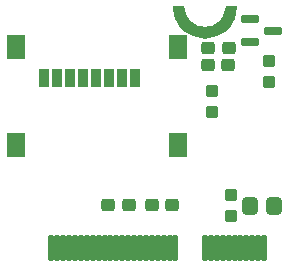
<source format=gbr>
%TF.GenerationSoftware,KiCad,Pcbnew,9.0.2*%
%TF.CreationDate,2025-07-04T12:48:37+02:00*%
%TF.ProjectId,MicroMod_Processor_Board,4d696372-6f4d-46f6-945f-50726f636573,rev?*%
%TF.SameCoordinates,Original*%
%TF.FileFunction,Soldermask,Bot*%
%TF.FilePolarity,Negative*%
%FSLAX46Y46*%
G04 Gerber Fmt 4.6, Leading zero omitted, Abs format (unit mm)*
G04 Created by KiCad (PCBNEW 9.0.2) date 2025-07-04 12:48:37*
%MOMM*%
%LPD*%
G01*
G04 APERTURE LIST*
G04 Aperture macros list*
%AMRoundRect*
0 Rectangle with rounded corners*
0 $1 Rounding radius*
0 $2 $3 $4 $5 $6 $7 $8 $9 X,Y pos of 4 corners*
0 Add a 4 corners polygon primitive as box body*
4,1,4,$2,$3,$4,$5,$6,$7,$8,$9,$2,$3,0*
0 Add four circle primitives for the rounded corners*
1,1,$1+$1,$2,$3*
1,1,$1+$1,$4,$5*
1,1,$1+$1,$6,$7*
1,1,$1+$1,$8,$9*
0 Add four rect primitives between the rounded corners*
20,1,$1+$1,$2,$3,$4,$5,0*
20,1,$1+$1,$4,$5,$6,$7,0*
20,1,$1+$1,$6,$7,$8,$9,0*
20,1,$1+$1,$8,$9,$2,$3,0*%
G04 Aperture macros list end*
%ADD10C,0.000000*%
%ADD11RoundRect,0.101600X-0.175000X-0.975000X0.175000X-0.975000X0.175000X0.975000X-0.175000X0.975000X0*%
%ADD12C,0.657200*%
%ADD13RoundRect,0.262500X0.325000X0.262500X-0.325000X0.262500X-0.325000X-0.262500X0.325000X-0.262500X0*%
%ADD14RoundRect,0.270833X-0.379167X-0.479167X0.379167X-0.479167X0.379167X0.479167X-0.379167X0.479167X0*%
%ADD15RoundRect,0.262500X0.262500X-0.275000X0.262500X0.275000X-0.262500X0.275000X-0.262500X-0.275000X0*%
%ADD16RoundRect,0.262500X-0.325000X-0.262500X0.325000X-0.262500X0.325000X0.262500X-0.325000X0.262500X0*%
%ADD17RoundRect,0.175000X-0.612500X-0.175000X0.612500X-0.175000X0.612500X0.175000X-0.612500X0.175000X0*%
%ADD18RoundRect,0.050000X0.400000X0.750000X-0.400000X0.750000X-0.400000X-0.750000X0.400000X-0.750000X0*%
%ADD19RoundRect,0.050000X0.725000X1.000000X-0.725000X1.000000X-0.725000X-1.000000X0.725000X-1.000000X0*%
%ADD20RoundRect,0.262500X-0.262500X0.275000X-0.262500X-0.275000X0.262500X-0.275000X0.262500X0.275000X0*%
G04 APERTURE END LIST*
D10*
%TO.C,J1*%
G36*
X150774186Y-92678884D02*
G01*
X150853138Y-92973535D01*
X150982056Y-93250000D01*
X151157022Y-93499878D01*
X151372722Y-93715578D01*
X151622600Y-93890544D01*
X151899065Y-94019462D01*
X152193716Y-94098414D01*
X152497600Y-94125000D01*
X152801484Y-94098414D01*
X153096135Y-94019462D01*
X153372600Y-93890544D01*
X153622478Y-93715578D01*
X153838178Y-93499878D01*
X154013144Y-93250000D01*
X154142062Y-92973535D01*
X154221014Y-92678884D01*
X154247600Y-92375000D01*
X155247600Y-92375000D01*
X155153896Y-93086752D01*
X155038269Y-93427379D01*
X154879170Y-93750000D01*
X154679322Y-94049094D01*
X154442144Y-94319544D01*
X154171694Y-94556722D01*
X153872600Y-94756570D01*
X153549979Y-94915669D01*
X153209352Y-95031296D01*
X152856547Y-95101473D01*
X152497600Y-95125000D01*
X152138653Y-95101473D01*
X151785848Y-95031296D01*
X151445221Y-94915669D01*
X151122600Y-94756570D01*
X150823506Y-94556722D01*
X150553056Y-94319544D01*
X150315878Y-94049094D01*
X150116030Y-93750000D01*
X149956931Y-93427379D01*
X149841304Y-93086752D01*
X149771127Y-92733947D01*
X149747600Y-92375000D01*
X150747600Y-92375000D01*
X150774186Y-92678884D01*
G37*
%TD*%
D11*
%TO.C,J1*%
X157497600Y-112850000D03*
X156997600Y-112850000D03*
X156497600Y-112850000D03*
X155997600Y-112850000D03*
X155497600Y-112850000D03*
X154997600Y-112850000D03*
X154497600Y-112850000D03*
X153997600Y-112850000D03*
X153497600Y-112850000D03*
X152997600Y-112850000D03*
X152497600Y-112850000D03*
X149997600Y-112850000D03*
X149497600Y-112850000D03*
X148997600Y-112850000D03*
X148497600Y-112850000D03*
X147997600Y-112850000D03*
X147497600Y-112850000D03*
X146997600Y-112850000D03*
X146497600Y-112850000D03*
X145997600Y-112850000D03*
X145497600Y-112850000D03*
X144997600Y-112850000D03*
X144497600Y-112850000D03*
X143997600Y-112850000D03*
X143497600Y-112850000D03*
X142997600Y-112850000D03*
X142497600Y-112850000D03*
X141997600Y-112850000D03*
X141497600Y-112850000D03*
X140997600Y-112850000D03*
X140497600Y-112850000D03*
X139997600Y-112850000D03*
X139497600Y-112850000D03*
D12*
X150397600Y-93375000D03*
X152497600Y-94675000D03*
X154597600Y-93375000D03*
%TD*%
D13*
%TO.C,C13*%
X154506000Y-95885000D03*
X152781000Y-95885000D03*
%TD*%
D14*
%TO.C,F1*%
X156300000Y-109300000D03*
X158300000Y-109300000D03*
%TD*%
D15*
%TO.C,R1*%
X157900000Y-98825000D03*
X157900000Y-97000000D03*
%TD*%
D16*
%TO.C,C10*%
X152757800Y-97358200D03*
X154482800Y-97358200D03*
%TD*%
D17*
%TO.C,Q1*%
X156350000Y-95400000D03*
X156350000Y-93500000D03*
X158225000Y-94450000D03*
%TD*%
D16*
%TO.C,C11*%
X144297400Y-109245400D03*
X146022400Y-109245400D03*
%TD*%
D15*
%TO.C,R3*%
X153050000Y-101350000D03*
X153050000Y-99525000D03*
%TD*%
D18*
%TO.C,J2*%
X146575000Y-98460000D03*
X145475000Y-98460000D03*
X144375000Y-98460000D03*
X143275000Y-98460000D03*
X142175000Y-98460000D03*
X141075000Y-98460000D03*
X139975000Y-98460000D03*
X138875000Y-98460000D03*
D19*
X150250000Y-104160000D03*
X150250000Y-95860000D03*
X136500000Y-104160000D03*
X136500000Y-95860000D03*
%TD*%
D20*
%TO.C,R5*%
X154700000Y-108350000D03*
X154700000Y-110175000D03*
%TD*%
D13*
%TO.C,C16*%
X149733000Y-109250000D03*
X148008000Y-109250000D03*
%TD*%
M02*

</source>
